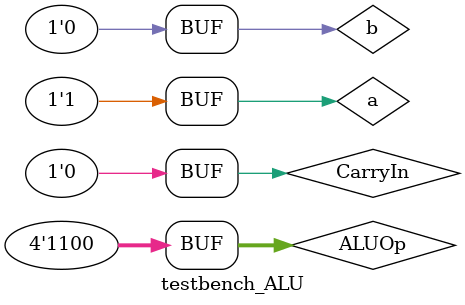
<source format=v>
module testbench_ALU();
    // Declare input registers and output wires
    reg a, b, CarryIn;
    reg [3:0] ALUOp;
    wire result, CarryOut;
    
    // Instantiate the ALU_1_bit module
    ALU_1_bit a1(a, b, CarryIn, ALUOp, result, CarryOut);
    
    // Begin the initial block
    initial begin
        
        // Set the initial values for the input registers and ALUOp
        a = 1'b1;
        b = 1'b0;
        CarryIn = 1'b0;
        ALUOp = 4'b0000;
        
        // Wait for 10 simulation time units and set ALUOp to 0001
        #10
        ALUOp = 4'b0001;
        
        // Wait for 10 simulation time units and set ALUOp to 0010
        #10
        ALUOp = 4'b0010;
        
        // Wait for 10 simulation time units, set CarryIn to 1, and set ALUOp to 0110
        #10
        CarryIn = 1'b1;
        ALUOp = 4'b0110;
        
        // Wait for 10 simulation time units, set CarryIn back to 0, and set ALUOp to 1100
        #10
        CarryIn = 1'b0;
        ALUOp = 4'b1100;
        
    end

endmodule

</source>
